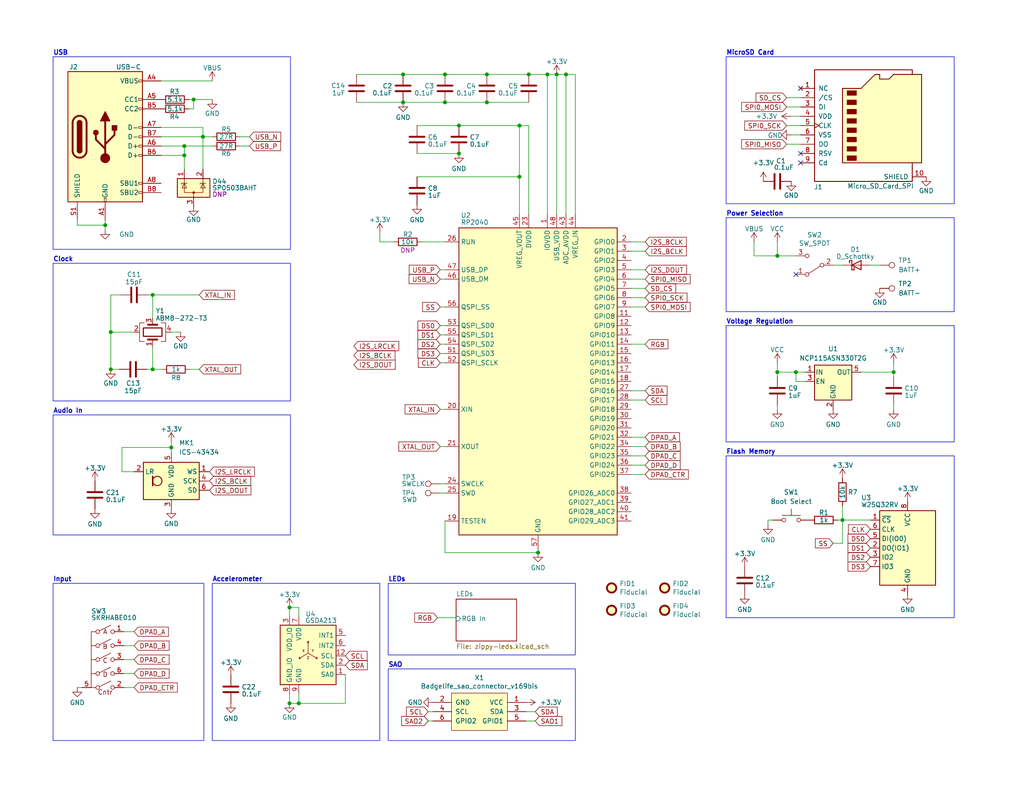
<source format=kicad_sch>
(kicad_sch (version 20250114) (generator "eeschema") (generator_version "9.0")
  (paper "USLetter")
  (title_block (title "Zippy Badge") (date "2025-04-28") (rev "1.1") (company "DCZia") (comment 1 "Proto Dos"))
  (rectangle (start 57.912 159.258) (end 103.632 202.184))
  (rectangle (start 14.478 159.258) (end 55.626 202.184))
  (rectangle (start 198.12 59.436) (end 260.35 85.09))
  (rectangle (start 198.12 124.46) (end 260.35 168.656))
  (rectangle (start 198.12 88.9) (end 260.35 120.65))
  (rectangle (start 105.918 159.258) (end 156.972 178.816))
  (rectangle (start 198.12 15.494) (end 260.35 55.626))
  (rectangle (start 14.478 15.494) (end 79.248 68.072))
  (rectangle (start 105.918 182.626) (end 156.972 202.184))
  (rectangle (start 14.478 71.882) (end 79.248 109.474))
  (rectangle (start 14.478 113.284) (end 79.248 146.05))
  (text "LEDs" (at 105.918 159.004 0) (effects (font (size 1.27 1.27) (thickness 0.254) (bold yes)) (justify left bottom)))
  (text "USB" (at 14.478 15.24 0) (effects (font (size 1.27 1.27) (thickness 0.254) (bold yes)) (justify left bottom)))
  (text "Input" (at 14.478 159.004 0) (effects (font (size 1.27 1.27) (thickness 0.254) (bold yes)) (justify left bottom)))
  (text "Power Selection" (at 198.12 59.182 0) (effects (font (size 1.27 1.27) (thickness 0.254) (bold yes)) (justify left bottom)))
  (text "Flash Memory" (at 198.12 124.206 0) (effects (font (size 1.27 1.27) (thickness 0.254) (bold yes)) (justify left bottom)))
  (text "MicroSD Card" (at 198.12 15.24 0) (effects (font (size 1.27 1.27) (thickness 0.254) (bold yes)) (justify left bottom)))
  (text "SAO" (at 105.918 182.372 0) (effects (font (size 1.27 1.27) (thickness 0.254) (bold yes)) (justify left bottom)))
  (text "Voltage Regulation" (at 198.12 88.646 0) (effects (font (size 1.27 1.27) (thickness 0.254) (bold yes)) (justify left bottom)))
  (text "Clock" (at 14.478 71.628 0) (effects (font (size 1.27 1.27) (thickness 0.254) (bold yes)) (justify left bottom)))
  (text "Audio In" (at 14.478 113.03 0) (effects (font (size 1.27 1.27) (thickness 0.254) (bold yes)) (justify left bottom)))
  (text "Accelerometer" (at 57.912 159.004 0) (effects (font (size 1.27 1.27) (thickness 0.254) (bold yes)) (justify left bottom)))
  (junction (at 132.842 27.94))
  (junction (at 109.982 20.32))
  (junction (at 50.292 42.418))
  (junction (at 41.656 100.838))
  (junction (at 141.732 48.26))
  (junction (at 132.842 20.32))
  (junction (at 121.412 27.94))
  (junction (at 30.226 90.678))
  (junction (at 149.352 20.32))
  (junction (at 229.87 141.986))
  (junction (at 217.17 101.6))
  (junction (at 55.372 37.338))
  (junction (at 125.222 34.29))
  (junction (at 30.226 100.838))
  (junction (at 125.222 41.91))
  (junction (at 28.702 61.468))
  (junction (at 109.982 27.94))
  (junction (at 78.994 165.862))
  (junction (at 41.656 80.518))
  (junction (at 151.892 20.32))
  (junction (at 81.534 192.024))
  (junction (at 121.412 20.32))
  (junction (at 78.994 192.024))
  (junction (at 154.432 20.32))
  (junction (at 144.272 20.32))
  (junction (at 50.292 39.878))
  (junction (at 141.732 34.29))
  (junction (at 212.09 69.85))
  (junction (at 212.09 101.6))
  (junction (at 146.812 150.876))
  (junction (at 243.84 101.6))
  (junction (at 52.832 27.178))
  (junction (at 46.736 122.174))
  (no_connect (at 218.44 24.13))
  (no_connect (at 218.44 44.45))
  (no_connect (at 218.44 41.91))
  (no_connect (at 217.17 74.93))
  (wire (pts (xy 121.412 134.62) (xy 120.142 134.62)))
  (wire (pts (xy 116.84 196.85) (xy 118.11 196.85)))
  (wire (pts (xy 57.912 22.098) (xy 43.942 22.098)))
  (wire (pts (xy 51.562 29.718) (xy 52.832 29.718)))
  (wire (pts (xy 229.87 138.176) (xy 229.87 141.986)))
  (wire (pts (xy 214.63 29.21) (xy 218.44 29.21)))
  (wire (pts (xy 119.38 168.656) (xy 124.46 168.656)))
  (wire (pts (xy 141.732 48.26) (xy 141.732 58.42)))
  (wire (pts (xy 120.142 73.66) (xy 121.412 73.66)))
  (wire (pts (xy 217.17 104.14) (xy 217.17 101.6)))
  (wire (pts (xy 176.022 93.98) (xy 172.212 93.98)))
  (wire (pts (xy 144.272 34.29) (xy 141.732 34.29)))
  (wire (pts (xy 146.812 150.876) (xy 146.812 149.86)))
  (wire (pts (xy 215.9 36.83) (xy 218.44 36.83)))
  (wire (pts (xy 21.082 187.706) (xy 22.352 187.706)))
  (wire (pts (xy 36.576 90.678) (xy 30.226 90.678)))
  (wire (pts (xy 40.132 100.838) (xy 41.656 100.838)))
  (wire (pts (xy 215.9 31.75) (xy 218.44 31.75)))
  (wire (pts (xy 176.022 78.74) (xy 172.212 78.74)))
  (wire (pts (xy 113.792 41.91) (xy 125.222 41.91)))
  (wire (pts (xy 176.022 106.68) (xy 172.212 106.68)))
  (wire (pts (xy 50.292 42.418) (xy 43.942 42.418)))
  (wire (pts (xy 30.226 100.838) (xy 32.512 100.838)))
  (wire (pts (xy 217.17 101.6) (xy 219.71 101.6)))
  (wire (pts (xy 120.142 99.06) (xy 121.412 99.06)))
  (wire (pts (xy 120.142 88.9) (xy 121.412 88.9)))
  (wire (pts (xy 143.51 194.31) (xy 146.05 194.31)))
  (wire (pts (xy 121.412 20.32) (xy 132.842 20.32)))
  (wire (pts (xy 176.022 124.46) (xy 172.212 124.46)))
  (wire (pts (xy 109.982 20.32) (xy 121.412 20.32)))
  (wire (pts (xy 212.09 101.6) (xy 212.09 102.87)))
  (wire (pts (xy 43.942 37.338) (xy 55.372 37.338)))
  (wire (pts (xy 176.022 129.54) (xy 172.212 129.54)))
  (wire (pts (xy 120.142 93.98) (xy 121.412 93.98)))
  (wire (pts (xy 151.892 20.32) (xy 151.892 58.42)))
  (wire (pts (xy 40.386 80.518) (xy 41.656 80.518)))
  (wire (pts (xy 219.71 104.14) (xy 217.17 104.14)))
  (wire (pts (xy 141.732 34.29) (xy 141.732 48.26)))
  (wire (pts (xy 151.892 20.32) (xy 149.352 20.32)))
  (wire (pts (xy 50.292 39.878) (xy 50.292 42.418)))
  (wire (pts (xy 176.022 127) (xy 172.212 127)))
  (wire (pts (xy 176.022 119.38) (xy 172.212 119.38)))
  (wire (pts (xy 51.562 27.178) (xy 52.832 27.178)))
  (wire (pts (xy 41.656 100.838) (xy 44.196 100.838)))
  (wire (pts (xy 33.782 176.276) (xy 36.576 176.276)))
  (wire (pts (xy 210.82 141.986) (xy 209.55 141.986)))
  (wire (pts (xy 205.74 69.85) (xy 212.09 69.85)))
  (wire (pts (xy 234.95 101.6) (xy 243.84 101.6)))
  (wire (pts (xy 176.022 73.66) (xy 172.212 73.66)))
  (wire (pts (xy 33.274 128.778) (xy 33.274 122.174)))
  (wire (pts (xy 81.534 165.862) (xy 78.994 165.862)))
  (wire (pts (xy 46.736 122.174) (xy 46.736 123.698)))
  (wire (pts (xy 55.372 37.338) (xy 57.912 37.338)))
  (wire (pts (xy 156.972 58.42) (xy 156.972 20.32)))
  (wire (pts (xy 50.292 39.878) (xy 57.912 39.878)))
  (wire (pts (xy 149.352 20.32) (xy 149.352 58.42)))
  (wire (pts (xy 57.15 133.858) (xy 56.896 133.858)))
  (wire (pts (xy 28.702 61.468) (xy 28.702 62.738)))
  (wire (pts (xy 43.942 39.878) (xy 50.292 39.878)))
  (wire (pts (xy 214.63 34.29) (xy 218.44 34.29)))
  (wire (pts (xy 120.142 96.52) (xy 121.412 96.52)))
  (wire (pts (xy 227.33 148.336) (xy 229.87 148.336)))
  (wire (pts (xy 30.226 90.678) (xy 30.226 100.838)))
  (wire (pts (xy 229.87 141.986) (xy 237.49 141.986)))
  (wire (pts (xy 228.6 141.986) (xy 229.87 141.986)))
  (wire (pts (xy 52.832 27.178) (xy 57.912 27.178)))
  (wire (pts (xy 227.33 72.39) (xy 229.87 72.39)))
  (wire (pts (xy 78.994 189.484) (xy 78.994 192.024)))
  (wire (pts (xy 28.702 60.198) (xy 28.702 61.468)))
  (wire (pts (xy 41.656 80.518) (xy 41.656 86.868)))
  (wire (pts (xy 33.274 122.174) (xy 46.736 122.174)))
  (wire (pts (xy 176.022 68.58) (xy 172.212 68.58)))
  (wire (pts (xy 65.532 37.338) (xy 68.072 37.338)))
  (wire (pts (xy 81.534 168.148) (xy 81.534 165.862)))
  (wire (pts (xy 113.792 48.26) (xy 141.732 48.26)))
  (wire (pts (xy 237.49 72.39) (xy 240.03 72.39)))
  (wire (pts (xy 212.09 99.06) (xy 212.09 101.6)))
  (wire (pts (xy 120.142 83.82) (xy 121.412 83.82)))
  (wire (pts (xy 176.022 121.92) (xy 172.212 121.92)))
  (wire (pts (xy 176.022 76.2) (xy 172.212 76.2)))
  (wire (pts (xy 132.842 27.94) (xy 121.412 27.94)))
  (wire (pts (xy 132.842 20.32) (xy 144.272 20.32)))
  (wire (pts (xy 81.534 189.484) (xy 81.534 192.024)))
  (wire (pts (xy 28.702 61.468) (xy 21.082 61.468)))
  (wire (pts (xy 94.234 192.024) (xy 81.534 192.024)))
  (wire (pts (xy 212.09 110.49) (xy 212.09 111.76)))
  (wire (pts (xy 57.15 128.778) (xy 56.896 128.778)))
  (wire (pts (xy 121.412 132.08) (xy 120.142 132.08)))
  (wire (pts (xy 81.534 192.024) (xy 78.994 192.024)))
  (wire (pts (xy 214.63 26.67) (xy 218.44 26.67)))
  (wire (pts (xy 120.142 111.76) (xy 121.412 111.76)))
  (wire (pts (xy 144.272 27.94) (xy 132.842 27.94)))
  (wire (pts (xy 36.576 128.778) (xy 33.274 128.778)))
  (wire (pts (xy 121.412 142.24) (xy 121.412 150.876)))
  (wire (pts (xy 50.292 42.418) (xy 50.292 46.228)))
  (wire (pts (xy 30.226 80.518) (xy 30.226 90.678)))
  (wire (pts (xy 120.142 121.92) (xy 121.412 121.92)))
  (wire (pts (xy 103.632 66.04) (xy 103.632 63.5)))
  (wire (pts (xy 54.356 100.838) (xy 51.816 100.838)))
  (wire (pts (xy 33.782 172.466) (xy 36.576 172.466)))
  (wire (pts (xy 243.84 99.06) (xy 243.84 101.6)))
  (wire (pts (xy 55.372 37.338) (xy 55.372 46.228)))
  (wire (pts (xy 52.832 27.178) (xy 52.832 29.718)))
  (wire (pts (xy 176.022 83.82) (xy 172.212 83.82)))
  (wire (pts (xy 94.234 184.15) (xy 94.234 192.024)))
  (wire (pts (xy 121.412 27.94) (xy 109.982 27.94)))
  (wire (pts (xy 176.022 109.22) (xy 172.212 109.22)))
  (wire (pts (xy 154.432 20.32) (xy 156.972 20.32)))
  (wire (pts (xy 212.09 66.04) (xy 212.09 69.85)))
  (wire (pts (xy 33.782 180.086) (xy 36.576 180.086)))
  (wire (pts (xy 212.09 69.85) (xy 217.17 69.85)))
  (wire (pts (xy 154.432 20.32) (xy 151.892 20.32)))
  (wire (pts (xy 116.84 194.31) (xy 118.11 194.31)))
  (wire (pts (xy 57.15 131.318) (xy 56.896 131.318)))
  (wire (pts (xy 121.412 66.04) (xy 115.062 66.04)))
  (wire (pts (xy 120.142 76.2) (xy 121.412 76.2)))
  (wire (pts (xy 141.732 34.29) (xy 125.222 34.29)))
  (wire (pts (xy 113.792 34.29) (xy 125.222 34.29)))
  (wire (pts (xy 55.372 34.798) (xy 55.372 37.338)))
  (wire (pts (xy 121.412 150.876) (xy 146.812 150.876)))
  (wire (pts (xy 229.87 148.336) (xy 229.87 141.986)))
  (wire (pts (xy 107.442 66.04) (xy 103.632 66.04)))
  (wire (pts (xy 176.022 81.28) (xy 172.212 81.28)))
  (wire (pts (xy 97.282 20.32) (xy 109.982 20.32)))
  (wire (pts (xy 97.282 27.94) (xy 109.982 27.94)))
  (wire (pts (xy 205.74 66.04) (xy 205.74 69.85)))
  (wire (pts (xy 209.55 141.986) (xy 209.55 143.256)))
  (wire (pts (xy 21.082 61.468) (xy 21.082 60.198)))
  (wire (pts (xy 65.532 39.878) (xy 68.072 39.878)))
  (wire (pts (xy 54.356 80.518) (xy 41.656 80.518)))
  (wire (pts (xy 176.022 66.04) (xy 172.212 66.04)))
  (wire (pts (xy 243.84 101.6) (xy 243.84 102.87)))
  (wire (pts (xy 46.736 120.65) (xy 46.736 122.174)))
  (wire (pts (xy 32.766 80.518) (xy 30.226 80.518)))
  (wire (pts (xy 144.272 58.42) (xy 144.272 34.29)))
  (wire (pts (xy 154.432 20.32) (xy 154.432 58.42)))
  (wire (pts (xy 120.142 91.44) (xy 121.412 91.44)))
  (wire (pts (xy 146.05 196.85) (xy 143.51 196.85)))
  (wire (pts (xy 214.63 39.37) (xy 218.44 39.37)))
  (wire (pts (xy 78.994 165.862) (xy 78.994 168.148)))
  (wire (pts (xy 33.782 187.706) (xy 36.576 187.706)))
  (wire (pts (xy 212.09 101.6) (xy 217.17 101.6)))
  (wire (pts (xy 49.276 90.678) (xy 46.736 90.678)))
  (wire (pts (xy 43.942 34.798) (xy 55.372 34.798)))
  (wire (pts (xy 243.84 110.49) (xy 243.84 111.76)))
  (wire (pts (xy 144.272 20.32) (xy 149.352 20.32)))
  (wire (pts (xy 41.656 94.488) (xy 41.656 100.838)))
  (wire (pts (xy 33.782 183.896) (xy 36.576 183.896)))
  (global_label "SDA" (shape input) (at 94.234 181.61 0) (property "Intersheetrefs" "${INTERSHEET_REFS}" (effects (hide yes))))
  (global_label "I2S_BCLK" (shape input) (at 176.022 66.04 0) (property "Intersheetrefs" "${INTERSHEET_REFS}" (effects (hide yes))))
  (global_label "DPAD_CTR" (shape input) (at 36.576 187.706 0) (property "Intersheetrefs" "${INTERSHEET_REFS}" (effects (hide yes))))
  (global_label "SPI0_MOSI" (shape input) (at 214.63 29.21 180) (property "Intersheetrefs" "${INTERSHEET_REFS}" (effects (hide yes))))
  (global_label "DS1" (shape input) (at 237.49 149.606 180) (property "Intersheetrefs" "${INTERSHEET_REFS}" (effects (hide yes))))
  (global_label "DS0" (shape input) (at 237.49 147.066 180) (property "Intersheetrefs" "${INTERSHEET_REFS}" (effects (hide yes))))
  (global_label "SS" (shape input) (at 227.33 148.336 180) (property "Intersheetrefs" "${INTERSHEET_REFS}" (effects (hide yes))))
  (global_label "I2S_DOUT" (shape input) (at 57.15 133.858 0) (property "Intersheetrefs" "${INTERSHEET_REFS}" (effects (hide yes))))
  (global_label "DPAD_B" (shape input) (at 36.576 176.276 0) (property "Intersheetrefs" "${INTERSHEET_REFS}" (effects (hide yes))))
  (global_label "I2S_DOUT" (shape input) (at 176.022 73.66 0) (property "Intersheetrefs" "${INTERSHEET_REFS}" (effects (hide yes))))
  (global_label "DPAD_CTR" (shape input) (at 176.022 129.54 0) (property "Intersheetrefs" "${INTERSHEET_REFS}" (effects (hide yes))))
  (global_label "USB_N" (shape input) (at 68.072 37.338 0) (property "Intersheetrefs" "${INTERSHEET_REFS}" (effects (hide yes))))
  (global_label "DS1" (shape input) (at 120.142 91.44 180) (property "Intersheetrefs" "${INTERSHEET_REFS}" (effects (hide yes))))
  (global_label "DPAD_A" (shape input) (at 36.576 172.466 0) (property "Intersheetrefs" "${INTERSHEET_REFS}" (effects (hide yes))))
  (global_label "DPAD_B" (shape input) (at 176.022 121.92 0) (property "Intersheetrefs" "${INTERSHEET_REFS}" (effects (hide yes))))
  (global_label "DPAD_A" (shape input) (at 176.022 119.38 0) (property "Intersheetrefs" "${INTERSHEET_REFS}" (effects (hide yes))))
  (global_label "DPAD_D" (shape input) (at 176.022 127 0) (property "Intersheetrefs" "${INTERSHEET_REFS}" (effects (hide yes))))
  (global_label "SAO1" (shape input) (at 146.05 196.85 0) (effects (font (thickness 0.1588))) (property "Intersheetrefs" "${INTERSHEET_REFS}" (effects (hide yes))))
  (global_label "I2S_DOUT" (shape input) (at 96.52 99.568 0) (property "Intersheetrefs" "${INTERSHEET_REFS}" (effects (hide yes))))
  (global_label "I2S_BCLK" (shape input) (at 96.52 97.028 0) (property "Intersheetrefs" "${INTERSHEET_REFS}" (effects (hide yes))))
  (global_label "DS2" (shape input) (at 120.142 93.98 180) (property "Intersheetrefs" "${INTERSHEET_REFS}" (effects (hide yes))))
  (global_label "DPAD_C" (shape input) (at 176.022 124.46 0) (property "Intersheetrefs" "${INTERSHEET_REFS}" (effects (hide yes))))
  (global_label "DS0" (shape input) (at 120.142 88.9 180) (property "Intersheetrefs" "${INTERSHEET_REFS}" (effects (hide yes))))
  (global_label "SCL" (shape input) (at 94.234 179.07 0) (property "Intersheetrefs" "${INTERSHEET_REFS}" (effects (hide yes))))
  (global_label "USB_P" (shape input) (at 120.142 73.66 180) (property "Intersheetrefs" "${INTERSHEET_REFS}" (effects (hide yes))))
  (global_label "SPI0_SCK" (shape input) (at 176.022 81.28 0) (property "Intersheetrefs" "${INTERSHEET_REFS}" (effects (hide yes))))
  (global_label "SDA" (shape input) (at 176.022 106.68 0) (property "Intersheetrefs" "${INTERSHEET_REFS}" (effects (hide yes))))
  (global_label "I2S_BCLK" (shape input) (at 57.15 131.318 0) (property "Intersheetrefs" "${INTERSHEET_REFS}" (effects (hide yes))))
  (global_label "DS3" (shape input) (at 237.49 154.686 180) (property "Intersheetrefs" "${INTERSHEET_REFS}" (effects (hide yes))))
  (global_label "I2S_LRCLK" (shape input) (at 57.15 128.778 0) (property "Intersheetrefs" "${INTERSHEET_REFS}" (effects (hide yes))))
  (global_label "XTAL_IN" (shape input) (at 54.356 80.518 0) (property "Intersheetrefs" "${INTERSHEET_REFS}" (effects (hide yes))))
  (global_label "SS" (shape input) (at 120.142 83.82 180) (property "Intersheetrefs" "${INTERSHEET_REFS}" (effects (hide yes))))
  (global_label "SDA" (shape input) (at 146.05 194.31 0) (effects (font (thickness 0.1588))) (property "Intersheetrefs" "${INTERSHEET_REFS}" (effects (hide yes))))
  (global_label "DS3" (shape input) (at 120.142 96.52 180) (property "Intersheetrefs" "${INTERSHEET_REFS}" (effects (hide yes))))
  (global_label "SCL" (shape input) (at 116.84 194.31 180) (effects (font (thickness 0.1588))) (property "Intersheetrefs" "${INTERSHEET_REFS}" (effects (hide yes))))
  (global_label "SPI0_MISO" (shape input) (at 176.022 76.2 0) (property "Intersheetrefs" "${INTERSHEET_REFS}" (effects (hide yes))))
  (global_label "I2S_LRCLK" (shape input) (at 96.52 94.488 0) (property "Intersheetrefs" "${INTERSHEET_REFS}" (effects (hide yes))))
  (global_label "CLK" (shape input) (at 237.49 144.526 180) (property "Intersheetrefs" "${INTERSHEET_REFS}" (effects (hide yes))))
  (global_label "XTAL_IN" (shape input) (at 120.142 111.76 180) (property "Intersheetrefs" "${INTERSHEET_REFS}" (effects (hide yes))))
  (global_label "SPI0_MISO" (shape input) (at 214.63 39.37 180) (property "Intersheetrefs" "${INTERSHEET_REFS}" (effects (hide yes))))
  (global_label "SCL" (shape input) (at 176.022 109.22 0) (property "Intersheetrefs" "${INTERSHEET_REFS}" (effects (hide yes))))
  (global_label "SPI0_MOSI" (shape input) (at 176.022 83.82 0) (property "Intersheetrefs" "${INTERSHEET_REFS}" (effects (hide yes))))
  (global_label "XTAL_OUT" (shape input) (at 54.356 100.838 0) (property "Intersheetrefs" "${INTERSHEET_REFS}" (effects (hide yes))))
  (global_label "DS2" (shape input) (at 237.49 152.146 180) (property "Intersheetrefs" "${INTERSHEET_REFS}" (effects (hide yes))))
  (global_label "SAO2" (shape input) (at 116.84 196.85 180) (effects (font (thickness 0.1588))) (property "Intersheetrefs" "${INTERSHEET_REFS}" (effects (hide yes))))
  (global_label "DPAD_C" (shape input) (at 36.576 180.086 0) (property "Intersheetrefs" "${INTERSHEET_REFS}" (effects (hide yes))))
  (global_label "DPAD_D" (shape input) (at 36.576 183.896 0) (property "Intersheetrefs" "${INTERSHEET_REFS}" (effects (hide yes))))
  (global_label "SD_CS" (shape input) (at 176.022 78.74 0) (property "Intersheetrefs" "${INTERSHEET_REFS}" (effects (hide yes))))
  (global_label "RGB" (shape input) (at 119.38 168.656 180) (property "Intersheetrefs" "${INTERSHEET_REFS}" (effects (hide yes))))
  (global_label "I2S_BCLK" (shape input) (at 176.022 68.58 0) (property "Intersheetrefs" "${INTERSHEET_REFS}" (effects (hide yes))))
  (global_label "SPI0_SCK" (shape input) (at 214.63 34.29 180) (property "Intersheetrefs" "${INTERSHEET_REFS}" (effects (hide yes))))
  (global_label "USB_N" (shape input) (at 120.142 76.2 180) (property "Intersheetrefs" "${INTERSHEET_REFS}" (effects (hide yes))))
  (global_label "USB_P" (shape input) (at 68.072 39.878 0) (property "Intersheetrefs" "${INTERSHEET_REFS}" (effects (hide yes))))
  (global_label "SD_CS" (shape input) (at 214.63 26.67 180) (property "Intersheetrefs" "${INTERSHEET_REFS}" (effects (hide yes))))
  (global_label "RGB" (shape input) (at 176.022 93.98 0) (property "Intersheetrefs" "${INTERSHEET_REFS}" (effects (hide yes))))
  (global_label "XTAL_OUT" (shape input) (at 120.142 121.92 180) (property "Intersheetrefs" "${INTERSHEET_REFS}" (effects (hide yes))))
  (global_label "CLK" (shape input) (at 120.142 99.06 180) (property "Intersheetrefs" "${INTERSHEET_REFS}" (effects (hide yes))))
  (symbol (lib_id "SKRHABE010:SKRHABE010") (at 28.702 180.086 0) (unit 1)
    (property "Reference" "SW3" (at 24.892 166.878 0) (effects (justify left)))
    (property "Value" "SKRHABE010" (at 24.892 168.656 0) (effects (justify left)))
  )
  (symbol (lib_id "badgelife_shitty_addon_v169bis:Badgelife_sao_connector_v169bis") (at 130.81 194.31 0) (unit 1) (in_bom no)
    (property "Reference" "X1" (at 130.81 185.039 0))
    (property "Value" "Badgelife_sao_connector_v169bis" (at 130.81 187.3504 0))
    (property "Footprint" "lib_fp:Badgelife-Shitty-v1.69bis" (effects (hide yes)))
  )
  (symbol (lib_id "Device:Crystal_GND24") (at 41.656 90.678 90) (unit 1)
    (property "Reference" "Y1" (at 43.688 84.836 90))
    (property "Value" "ABM8-272-T3" (at 49.53 86.868 90))
    (property "Footprint" "Crystal:Crystal_SMD_Abracon_ABM8G-4Pin_3.2x2.5mm" (effects (hide yes)))
    (property "Description" "Four pin crystal, GND on pins 2 and 4" (effects (hide yes)))
  )
  (symbol (lib_id "power:GND") (at 212.09 111.76 0) (unit 1)
    (property "Reference" "#PWR020" (effects (hide yes)))
    (property "Value" "GND" (at 212.09 115.8955 0))
  )
  (symbol (lib_id "power:GND") (at 247.65 162.306 0) (unit 1)
    (property "Reference" "#PWR029" (effects (hide yes)))
    (property "Value" "GND" (at 247.65 166.4415 0))
  )
  (symbol (lib_id "Connector:TestPoint") (at 240.03 78.74 270) (unit 1)
    (property "Reference" "TP2" (at 245.11 77.47 90) (effects (justify left)))
    (property "Value" "BATT-" (at 245.11 80.01 90) (effects (justify left)))
    (property "Footprint" "TestPoint:TestPoint_Pad_2.5x2.5mm" (effects (hide yes)))
  )
  (symbol (lib_id "Device:R") (at 48.006 100.838 90) (mirror x) (unit 1)
    (property "Reference" "R8" (at 48.006 103.124 90))
    (property "Value" "1k" (at 48.006 100.838 90))
    (property "Footprint" "Resistor_SMD:R_0603_1608Metric" (effects (hide yes)))
  )
  (symbol (lib_id "Device:C") (at 62.992 188.214 180) (unit 1)
    (property "Reference" "C22" (at 65.913 187.5703 0) (effects (justify right)))
    (property "Value" "0.1uF" (at 65.913 189.4913 0) (effects (justify right)))
    (property "Footprint" "Capacitor_SMD:C_0603_1608Metric" (effects (hide yes)))
  )
  (symbol (lib_id "Device:R") (at 47.752 29.718 90) (unit 1)
    (property "Reference" "R4" (at 47.625 31.877 90))
    (property "Value" "5.1k" (at 47.752 29.718 90))
    (property "Footprint" "Resistor_SMD:R_0603_1608Metric" (effects (hide yes)))
  )
  (symbol (lib_id "power:GND") (at 30.226 100.838 0) (unit 1)
    (property "Reference" "#PWR028" (effects (hide yes)))
    (property "Value" "GND" (at 28.194 104.648 0) (effects (justify left)))
  )
  (symbol (lib_id "Device:R") (at 47.752 27.178 90) (unit 1)
    (property "Reference" "R3" (at 47.625 25.019 90))
    (property "Value" "5.1k" (at 47.752 27.178 90))
    (property "Footprint" "Resistor_SMD:R_0603_1608Metric" (effects (hide yes)))
  )
  (symbol (lib_id "power:GND") (at 118.11 191.77 270) (unit 1)
    (property "Reference" "#PWR04" (effects (hide yes)))
    (property "Value" "GND" (at 113.284 191.77 90))
  )
  (symbol (lib_id "power:GND") (at 49.276 90.678 0) (unit 1)
    (property "Reference" "#PWR0130" (effects (hide yes)))
    (property "Value" "GND" (at 47.244 94.488 0) (effects (justify left)))
  )
  (symbol (lib_id "Connector:TestPoint") (at 120.142 132.08 90) (unit 1)
    (property "Reference" "TP3" (at 111.506 130.302 90))
    (property "Value" "SWCLK" (at 112.776 132.08 90))
    (property "Footprint" "TestPoint:TestPoint_Pad_2.5x2.5mm" (effects (hide yes)))
    (property "Description" "test point" (effects (hide yes)))
  )
  (symbol (lib_id "Device:C") (at 25.908 135.128 180) (unit 1)
    (property "Reference" "C21" (at 28.829 134.4843 0) (effects (justify right)))
    (property "Value" "0.1uF" (at 28.829 136.4053 0) (effects (justify right)))
    (property "Footprint" "Capacitor_SMD:C_0603_1608Metric" (effects (hide yes)))
  )
  (symbol (lib_id "MicroSD-Retention:Micro_SD_Card_SPI_Seeed-MicroSD-SPI-Seeed") (at 236.22 33.02 0) (unit 1)
    (property "Reference" "J1" (at 223.266 51.054 0))
    (property "Value" "Micro_SD_Card_SPI" (at 240.284 50.8 0))
    (property "Footprint" "lib_fp:MicroSD-Socket-Seeed-320090008" (effects (hide yes)))
    (property "Datasheet" "https://statics3.seeedstudio.com/images/opl/datasheet/320090008.pdf" (effects (hide yes)))
  )
  (symbol (lib_id "power:GND") (at 215.9 49.53 0) (unit 1)
    (property "Reference" "#PWR09" (effects (hide yes)))
    (property "Value" "GND" (at 215.9 53.34 0))
  )
  (symbol (lib_id "power:+3.3V") (at 208.28 49.53 0) (unit 1)
    (property "Reference" "#PWR0129" (effects (hide yes)))
    (property "Value" "+3.3V" (at 208.28 44.45 0))
  )
  (symbol (lib_id "Device:C") (at 36.322 100.838 90) (unit 1)
    (property "Reference" "C13" (at 36.322 104.648 90))
    (property "Value" "15pF" (at 36.322 106.68 90))
    (property "Footprint" "Capacitor_SMD:C_0603_1608Metric" (effects (hide yes)))
  )
  (symbol (lib_id "Device:R") (at 224.79 141.986 90) (unit 1)
    (property "Reference" "R1" (at 224.79 139.954 90))
    (property "Value" "1k" (at 224.79 141.986 90))
    (property "Footprint" "Resistor_SMD:R_0603_1608Metric" (effects (hide yes)))
  )
  (symbol (lib_id "power:+3.3V") (at 247.65 136.906 0) (unit 1)
    (property "Reference" "#PWR025" (effects (hide yes)))
    (property "Value" "+3.3V" (at 247.65 133.4041 0))
  )
  (symbol (lib_id "Switch:SW_Push") (at 215.9 141.986 0) (unit 1)
    (property "Reference" "SW1" (at 215.9 134.366 0))
    (property "Value" "Boot Select" (at 215.9 136.906 0))
    (property "Footprint" "Button_Switch_SMD:SW_SPST_EVQP7C" (effects (hide yes)))
    (property "Description" "Push button switch, generic, two pins" (effects (hide yes)))
  )
  (symbol (lib_id "power:VCC") (at 205.74 66.04 0) (unit 1)
    (property "Reference" "#PWR011" (effects (hide yes)))
    (property "Value" "VBUS" (at 203.2 62.484 0) (effects (justify left)))
  )
  (symbol (lib_id "Device:C") (at 121.412 24.13 0) (mirror x) (unit 1)
    (property "Reference" "C3" (at 118.491 23.4863 0) (effects (justify right)))
    (property "Value" "0.1uF" (at 118.491 25.4073 0) (effects (justify right)))
    (property "Footprint" "Capacitor_SMD:C_0603_1608Metric" (effects (hide yes)))
  )
  (symbol (lib_id "power:GND") (at 25.908 138.938 0) (unit 1)
    (property "Reference" "#PWR0136" (effects (hide yes)))
    (property "Value" "GND" (at 25.908 143.0735 0))
  )
  (symbol (lib_id "Device:R") (at 61.722 39.878 270) (unit 1)
    (property "Reference" "R6" (at 61.722 41.91 90))
    (property "Value" "27R" (at 61.722 39.878 90))
    (property "Footprint" "Resistor_SMD:R_0603_1608Metric" (effects (hide yes)))
  )
  (symbol (lib_name "VCC_1") (lib_id "power:VCC") (at 212.09 99.06 0) (unit 1)
    (property "Reference" "#PWR18" (effects (hide yes)))
    (property "Value" "VCC" (at 212.09 95.504 0))
    (property "Description" "Power symbol creates a global label with name \"VCC\"" (effects (hide yes)))
  )
  (symbol (lib_id "GSDA213:GSDA213") (at 84.074 178.308 0) (unit 1)
    (property "Reference" "U4" (at 86.106 167.64 0) (effects (justify right)))
    (property "Value" "GSDA213" (at 91.948 169.418 0) (effects (justify right)))
    (property "Footprint" "Package_LGA:Kionix_LGA-12_2x2mm_P0.5mm_LayoutBorder2x4y" (effects (hide yes)))
    (property "Datasheet" "https://goodarksemi.com/docs/datasheets/mems/GSDA213_SDS.pdf" (effects (hide yes)))
    (property "Description" "±2g / 4g / 8g / 16g Tri-Axis Digital Accelerometer, I2C, 1.71-3.6V, LGA-12" (effects (hide yes)))
  )
  (symbol (lib_id "Connector:USB_C_Receptacle_USB2.0_16P") (at 28.702 37.338 0) (unit 1)
    (property "Reference" "J2" (at 20.066 18.288 0))
    (property "Value" "USB-C" (at 35.052 18.288 0))
    (property "Footprint" "Connector_USB:USB_C_Receptacle_HCTL_HC-TYPE-C-16P-01A" (effects (hide yes)))
    (property "Datasheet" "https://www.usb.org/sites/default/files/documents/usb_type-c.zip" (effects (hide yes)))
    (property "Description" "USB 2.0-only 16P Type-C Receptacle connector" (effects (hide yes)))
  )
  (symbol (lib_id "Power_Protection:SP0502BAJT") (at 52.832 51.308 0) (unit 1)
    (property "Reference" "D44" (at 57.912 49.53 0) (effects (justify left)))
    (property "Value" "SP0503BAHT" (at 57.912 51.308 0) (effects (justify left)))
    (property "Footprint" "Package_TO_SOT_SMD:SOT-23-3" (effects (hide yes)))
    (property "Datasheet" "http://www.littelfuse.com/~/media/files/littelfuse/technical%20resources/documents/data%20sheets/sp05xxba.pdf" (effects (hide yes)))
    (property "DNP" "DNP" (at 59.944 53.086 0))
  )
  (symbol (lib_id "Mechanical:Fiducial") (at 181.356 160.528 0) (unit 1) (in_bom no)
    (property "Reference" "FID2" (at 183.515 159.3596 0) (effects (justify left)))
    (property "Value" "Fiducial" (at 183.515 161.671 0) (effects (justify left)))
    (property "Footprint" "Fiducial:Fiducial_1mm_Mask2mm" (effects (hide yes)))
  )
  (symbol (lib_id "Device:C") (at 212.09 106.68 180) (unit 1)
    (property "Reference" "C9" (at 215.011 106.0363 0) (effects (justify right)))
    (property "Value" "1uF" (at 215.011 107.9573 0) (effects (justify right)))
    (property "Footprint" "Capacitor_SMD:C_0603_1608Metric" (effects (hide yes)))
  )
  (symbol (lib_id "Device:R") (at 229.87 134.366 180) (unit 1)
    (property "Reference" "R7" (at 232.664 134.366 0))
    (property "Value" "10k" (at 229.87 134.366 90))
    (property "Footprint" "Resistor_SMD:R_0603_1608Metric" (effects (hide yes)))
  )
  (symbol (lib_id "Regulator_Linear:LD39015M33R") (at 227.33 104.14 0) (unit 1)
    (property "Reference" "U1" (at 227.33 95.25 0))
    (property "Value" "NCP115ASN330T2G" (at 227.33 97.79 0))
    (property "Footprint" "Package_TO_SOT_SMD:SOT-23-5" (effects (hide yes)))
    (property "Datasheet" "http://www.st.com/resource/en/datasheet/ld39015.pdf" (effects (hide yes)))
  )
  (symbol (lib_id "Device:C") (at 243.84 106.68 180) (unit 1)
    (property "Reference" "C10" (at 246.761 106.0363 0) (effects (justify right)))
    (property "Value" "1uF" (at 246.761 107.9573 0) (effects (justify right)))
    (property "Footprint" "Capacitor_SMD:C_0603_1608Metric" (effects (hide yes)))
  )
  (symbol (lib_id "power:+3.3V") (at 46.736 120.65 0) (unit 1)
    (property "Reference" "#PWR0132" (effects (hide yes)))
    (property "Value" "+3.3V" (at 46.736 117.1481 0))
  )
  (symbol (lib_id "power:+3.3V") (at 151.892 20.32 0) (unit 1)
    (property "Reference" "#PWR07" (effects (hide yes)))
    (property "Value" "+3.3V" (at 151.892 16.8181 0))
  )
  (symbol (lib_id "power:GND") (at 21.082 187.706 0) (unit 1)
    (property "Reference" "#PWR0131" (effects (hide yes)))
    (property "Value" "GND" (at 21.082 191.8415 0))
  )
  (symbol (lib_id "Device:C") (at 132.842 24.13 0) (mirror x) (unit 1)
    (property "Reference" "C4" (at 129.921 23.4863 0) (effects (justify right)))
    (property "Value" "0.1uF" (at 129.921 25.4073 0) (effects (justify right)))
    (property "Footprint" "Capacitor_SMD:C_0603_1608Metric" (effects (hide yes)))
  )
  (symbol (lib_id "Device:R") (at 111.252 66.04 270) (unit 1)
    (property "Reference" "R2" (at 111.252 64.008 90))
    (property "Value" "10k" (at 111.252 66.04 90))
    (property "Footprint" "Resistor_SMD:R_0603_1608Metric" (effects (hide yes)))
    (property "DNP" "DNP" (at 111.252 68.326 90))
  )
  (symbol (lib_id "Device:C") (at 36.576 80.518 90) (unit 1)
    (property "Reference" "C11" (at 36.576 74.93 90))
    (property "Value" "15pF" (at 36.576 76.962 90))
    (property "Footprint" "Capacitor_SMD:C_0603_1608Metric" (effects (hide yes)))
  )
  (symbol (lib_id "Device:C") (at 113.792 52.07 180) (unit 1)
    (property "Reference" "C8" (at 116.713 51.4263 0) (effects (justify right)))
    (property "Value" "1uF" (at 116.713 53.3473 0) (effects (justify right)))
    (property "Footprint" "Capacitor_SMD:C_0603_1608Metric" (effects (hide yes)))
  )
  (symbol (lib_id "Device:C") (at 97.282 24.13 0) (mirror x) (unit 1)
    (property "Reference" "C14" (at 94.234 23.368 0) (effects (justify right)))
    (property "Value" "1uF" (at 94.234 25.4 0) (effects (justify right)))
    (property "Footprint" "Capacitor_SMD:C_0603_1608Metric" (effects (hide yes)))
  )
  (symbol (lib_id "power:+3.3V") (at 78.994 165.862 0) (unit 1)
    (property "Reference" "#PWR0138" (effects (hide yes)))
    (property "Value" "+3.3V" (at 78.994 162.3601 0))
  )
  (symbol (lib_id "power:GND") (at 203.2 162.306 0) (unit 1)
    (property "Reference" "#PWR027" (effects (hide yes)))
    (property "Value" "GND" (at 203.2 166.4415 0))
  )
  (symbol (lib_id "Device:C") (at 109.982 24.13 0) (mirror x) (unit 1)
    (property "Reference" "C2" (at 107.061 23.4863 0) (effects (justify right)))
    (property "Value" "0.1uF" (at 107.061 25.4073 0) (effects (justify right)))
    (property "Footprint" "Capacitor_SMD:C_0603_1608Metric" (effects (hide yes)))
  )
  (symbol (lib_id "power:GND") (at 62.992 192.024 0) (unit 1)
    (property "Reference" "#PWR0141" (effects (hide yes)))
    (property "Value" "GND" (at 62.992 196.1595 0))
  )
  (symbol (lib_id "Device:C") (at 144.272 24.13 0) (mirror x) (unit 1)
    (property "Reference" "C5" (at 141.351 23.4863 0) (effects (justify right)))
    (property "Value" "0.1uF" (at 141.351 25.4073 0) (effects (justify right)))
    (property "Footprint" "Capacitor_SMD:C_0603_1608Metric" (effects (hide yes)))
  )
  (symbol (lib_id "power:GND") (at 240.03 78.74 0) (unit 1)
    (property "Reference" "#PWR014" (effects (hide yes)))
    (property "Value" "GND" (at 240.03 82.55 0))
  )
  (symbol (lib_id "Connector:TestPoint") (at 120.142 134.62 90) (unit 1)
    (property "Reference" "TP4" (at 111.506 134.62 90))
    (property "Value" "SWD" (at 111.76 136.398 90))
    (property "Footprint" "TestPoint:TestPoint_Pad_2.5x2.5mm" (effects (hide yes)))
    (property "Description" "test point" (effects (hide yes)))
  )
  (symbol (lib_id "power:+3.3V") (at 243.84 99.06 0) (unit 1)
    (property "Reference" "#PWR019" (effects (hide yes)))
    (property "Value" "+3.3V" (at 243.84 95.5581 0))
  )
  (symbol (lib_id "Sensor_Audio:ICS-43434") (at 46.736 131.318 0) (unit 1)
    (property "Reference" "MK1" (at 48.8793 120.904 0) (effects (justify left)))
    (property "Value" "ICS-43434" (at 48.8793 123.444 0) (effects (justify left)))
    (property "Footprint" "Sensor_Audio:InvenSense_ICS-43434-6_3.5x2.65mm" (effects (hide yes)))
    (property "Datasheet" "https://www.invensense.com/wp-content/uploads/2016/02/DS-000069-ICS-43434-v1.2.pdf" (effects (hide yes)))
    (property "Description" "TDK InvenSense MEMS Microphone, 24-bit I2S, 65 dBA SNR, LGA-6" (effects (hide yes)))
  )
  (symbol (lib_id "power:GND") (at 146.812 150.876 0) (unit 1)
    (property "Reference" "#PWR030" (effects (hide yes)))
    (property "Value" "GND" (at 146.812 155.0115 0))
  )
  (symbol (lib_id "power:GND") (at 109.982 27.94 0) (mirror y) (unit 1)
    (property "Reference" "#PWR010" (effects (hide yes)))
    (property "Value" "GND" (at 109.982 32.0755 0))
  )
  (symbol (lib_id "power:GND") (at 52.832 56.388 0) (mirror y) (unit 1)
    (property "Reference" "#PWR0133" (effects (hide yes)))
    (property "Value" "GND" (at 52.832 59.944 0))
  )
  (symbol (lib_id "power:GND") (at 113.792 55.88 0) (unit 1)
    (property "Reference" "#PWR015" (effects (hide yes)))
    (property "Value" "GND" (at 113.792 60.0155 0))
  )
  (symbol (lib_id "Switch:SW_SPDT") (at 222.25 72.39 180) (unit 1)
    (property "Reference" "SW2" (at 222.25 64.135 0))
    (property "Value" "SW_SPDT" (at 222.25 66.4464 0))
    (property "Footprint" "lib_fp:SW_SPDT_CK-JS102011SAQN" (effects (hide yes)))
  )
  (symbol (lib_id "power:+3.3V") (at 25.908 131.318 0) (unit 1)
    (property "Reference" "#PWR0135" (effects (hide yes)))
    (property "Value" "+3.3V" (at 25.908 127.8161 0))
  )
  (symbol (lib_id "power:+3.3V") (at 229.87 130.556 0) (unit 1)
    (property "Reference" "#PWR024" (effects (hide yes)))
    (property "Value" "+3.3V" (at 229.87 127.0541 0))
  )
  (symbol (lib_id "power:+3.3V") (at 203.2 154.686 0) (unit 1)
    (property "Reference" "#PWR026" (effects (hide yes)))
    (property "Value" "+3.3V" (at 203.2 151.1841 0))
  )
  (symbol (lib_id "Mechanical:Fiducial") (at 181.356 166.624 0) (unit 1) (in_bom no)
    (property "Reference" "FID4" (at 183.515 165.4556 0) (effects (justify left)))
    (property "Value" "Fiducial" (at 183.515 167.767 0) (effects (justify left)))
    (property "Footprint" "Fiducial:Fiducial_1mm_Mask2mm" (effects (hide yes)))
  )
  (symbol (lib_id "local:W25Q16JV") (at 247.65 149.606 0) (unit 1)
    (property "Reference" "U3" (at 234.95 135.89 0) (effects (justify left)))
    (property "Value" "W25Q32RV" (at 234.95 137.811 0) (effects (justify left)))
    (property "Footprint" "lib_fp:W25Q16JVUXIQ_WIN" (effects (hide yes)))
    (property "Datasheet" "https://www.winbond.com/hq/support/documentation/downloadV2022.jsp?__locale=en&xmlPath=/support/resources/.content/item/DA00-W25Q32RV_1.html&level=1" (effects (hide yes)))
  )
  (symbol (lib_id "Mechanical:Fiducial") (at 166.878 166.624 0) (unit 1) (in_bom no)
    (property "Reference" "FID3" (at 169.037 165.4556 0) (effects (justify left)))
    (property "Value" "Fiducial" (at 169.037 167.767 0) (effects (justify left)))
    (property "Footprint" "Fiducial:Fiducial_1mm_Mask2mm" (effects (hide yes)))
  )
  (symbol (lib_id "power:GND") (at 243.84 111.76 0) (unit 1)
    (property "Reference" "#PWR022" (effects (hide yes)))
    (property "Value" "GND" (at 243.84 115.8955 0))
  )
  (symbol (lib_id "power:+3.3V") (at 62.992 184.404 0) (unit 1)
    (property "Reference" "#PWR0140" (effects (hide yes)))
    (property "Value" "+3.3V" (at 62.992 180.9021 0))
  )
  (symbol (lib_id "power:GND") (at 125.222 41.91 0) (unit 1)
    (property "Reference" "#PWR013" (effects (hide yes)))
    (property "Value" "GND" (at 125.222 46.0455 0))
  )
  (symbol (lib_id "Device:C") (at 125.222 38.1 180) (unit 1)
    (property "Reference" "C7" (at 128.143 37.4563 0) (effects (justify right)))
    (property "Value" "0.1uF" (at 128.143 39.3773 0) (effects (justify right)))
    (property "Footprint" "Capacitor_SMD:C_0603_1608Metric" (effects (hide yes)))
  )
  (symbol (lib_id "power:VBUS") (at 57.912 22.098 0) (unit 1)
    (property "Reference" "#PWR016" (effects (hide yes)))
    (property "Value" "VBUS" (at 55.372 18.542 0) (effects (justify left)))
  )
  (symbol (lib_id "power:GND") (at 78.994 192.024 0) (unit 1)
    (property "Reference" "#PWR0139" (effects (hide yes)))
    (property "Value" "GND" (at 76.962 195.834 0) (effects (justify left)))
  )
  (symbol (lib_id "Mechanical:Fiducial") (at 166.878 160.528 0) (unit 1) (in_bom no)
    (property "Reference" "FID1" (at 169.037 159.3596 0) (effects (justify left)))
    (property "Value" "Fiducial" (at 169.037 161.671 0) (effects (justify left)))
    (property "Footprint" "Fiducial:Fiducial_1mm_Mask2mm" (effects (hide yes)))
  )
  (symbol (lib_id "Device:C") (at 203.2 158.496 180) (unit 1)
    (property "Reference" "C12" (at 206.121 157.8523 0) (effects (justify right)))
    (property "Value" "0.1uF" (at 206.121 159.7733 0) (effects (justify right)))
    (property "Footprint" "Capacitor_SMD:C_0603_1608Metric" (effects (hide yes)))
  )
  (symbol (lib_id "MCU_RaspberryPi:RP2040") (at 146.812 104.14 0) (unit 1)
    (property "Reference" "U2" (at 125.73 58.785 0) (effects (justify left)))
    (property "Value" "RP2040" (at 125.73 60.706 0) (effects (justify left)))
    (property "Footprint" "Package_DFN_QFN:QFN-56-1EP_7x7mm_P0.4mm_EP3.2x3.2mm" (effects (hide yes)))
    (property "Datasheet" "https://datasheets.raspberrypi.com/rp2040/rp2040-datasheet.pdf" (effects (hide yes)))
  )
  (symbol (lib_name "VCC_2") (lib_id "power:VCC") (at 212.09 66.04 0) (unit 1)
    (property "Reference" "#PWR12" (effects (hide yes)))
    (property "Value" "VCC" (at 212.09 62.484 0))
    (property "Description" "Power symbol creates a global label with name \"VCC\"" (effects (hide yes)))
  )
  (symbol (lib_id "power:GND") (at 252.73 48.26 0) (unit 1)
    (property "Reference" "#PWR06" (effects (hide yes)))
    (property "Value" "GND" (at 252.73 52.07 0))
  )
  (symbol (lib_id "Device:D_Schottky") (at 233.68 72.39 0) (unit 1)
    (property "Reference" "D1" (at 233.3625 68.1101 0))
    (property "Value" "D_Schottky" (at 233.3625 70.0311 0))
    (property "Footprint" "Diode_SMD:D_SOD-523" (effects (hide yes)))
  )
  (symbol (lib_id "power:GND") (at 57.912 27.178 0) (unit 1)
    (property "Reference" "#PWR0137" (effects (hide yes)))
    (property "Value" "GND" (at 55.88 30.988 0) (effects (justify left)))
  )
  (symbol (lib_id "power:GND") (at 28.702 62.738 0) (unit 1)
    (property "Reference" "#PWR023" (effects (hide yes)))
    (property "Value" "GND" (at 32.512 64.0079 0) (effects (justify left)))
  )
  (symbol (lib_id "power:GND") (at 209.55 143.256 0) (unit 1)
    (property "Reference" "#PWR01" (effects (hide yes)))
    (property "Value" "GND" (at 209.55 147.3915 0))
  )
  (symbol (lib_id "Device:C") (at 212.09 49.53 270) (unit 1)
    (property "Reference" "C1" (at 213.106 43.942 90))
    (property "Value" "0.1uF" (at 213.868 45.72 90))
    (property "Footprint" "Capacitor_SMD:C_0603_1608Metric" (effects (hide yes)))
  )
  (symbol (lib_id "Connector:TestPoint") (at 240.03 72.39 270) (unit 1)
    (property "Reference" "TP1" (at 245.11 71.12 90) (effects (justify left)))
    (property "Value" "BATT+" (at 245.11 73.66 90) (effects (justify left)))
    (property "Footprint" "TestPoint:TestPoint_Pad_2.5x2.5mm" (effects (hide yes)))
  )
  (symbol (lib_id "power:+3.3V") (at 215.9 31.75 90) (unit 1)
    (property "Reference" "#PWR0128" (effects (hide yes)))
    (property "Value" "+3.3V" (at 212.09 31.7499 90) (effects (justify left)))
  )
  (symbol (lib_id "Device:R") (at 61.722 37.338 90) (unit 1)
    (property "Reference" "R5" (at 61.722 35.306 90))
    (property "Value" "27R" (at 61.722 37.338 90))
    (property "Footprint" "Resistor_SMD:R_0603_1608Metric" (effects (hide yes)))
  )
  (symbol (lib_id "power:GND") (at 46.736 138.938 0) (unit 1)
    (property "Reference" "#PWR0134" (effects (hide yes)))
    (property "Value" "GND" (at 44.704 143.002 0) (effects (justify left)))
  )
  (symbol (lib_id "Device:C") (at 113.792 38.1 180) (unit 1)
    (property "Reference" "C6" (at 116.713 37.4563 0) (effects (justify right)))
    (property "Value" "0.1uF" (at 116.713 39.3773 0) (effects (justify right)))
    (property "Footprint" "Capacitor_SMD:C_0603_1608Metric" (effects (hide yes)))
  )
  (symbol (lib_id "power:+3.3V") (at 103.632 63.5 0) (unit 1)
    (property "Reference" "#PWR017" (effects (hide yes)))
    (property "Value" "+3.3V" (at 103.632 59.9981 0))
  )
  (symbol (lib_id "power:GND") (at 227.33 111.76 0) (unit 1)
    (property "Reference" "#PWR021" (effects (hide yes)))
    (property "Value" "GND" (at 227.33 115.8955 0))
  )
  (symbol (lib_id "power:+3.3V") (at 143.51 191.77 270) (unit 1)
    (property "Reference" "#PWR0127" (effects (hide yes)))
    (property "Value" "+3.3V" (at 147.32 191.7699 90) (effects (justify left)))
  )
  (symbol (lib_id "power:GND") (at 215.9 36.83 270) (unit 1)
    (property "Reference" "#PWR03" (effects (hide yes)))
    (property "Value" "GND" (at 211.5058 36.957 90))
  )
  (sheet (at 124.46 163.576) (size 16.51 11.43) (stroke (width 0.1524))
    (property "Sheetname" "LEDs" (at 124.46 162.8644 0) (effects (justify left bottom)))
    (property "Sheetfile" "zippy-leds.kicad_sch" (at 124.46 175.768 0) (effects (justify left top)))
    (pin "RGB In" input (at 124.46 168.91 180))
  )
)
</source>
